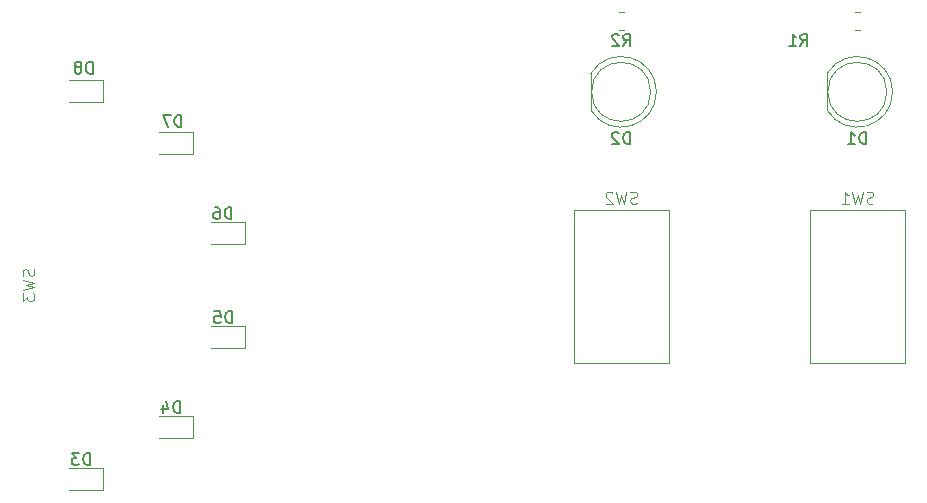
<source format=gbr>
%TF.GenerationSoftware,KiCad,Pcbnew,9.0.6*%
%TF.CreationDate,2025-12-07T15:07:03-05:00*%
%TF.ProjectId,IO_board,494f5f62-6f61-4726-942e-6b696361645f,rev?*%
%TF.SameCoordinates,Original*%
%TF.FileFunction,Legend,Bot*%
%TF.FilePolarity,Positive*%
%FSLAX46Y46*%
G04 Gerber Fmt 4.6, Leading zero omitted, Abs format (unit mm)*
G04 Created by KiCad (PCBNEW 9.0.6) date 2025-12-07 15:07:03*
%MOMM*%
%LPD*%
G01*
G04 APERTURE LIST*
%ADD10C,0.100000*%
%ADD11C,0.150000*%
%ADD12C,0.120000*%
G04 APERTURE END LIST*
D10*
X142333332Y-96909800D02*
X142190475Y-96957419D01*
X142190475Y-96957419D02*
X141952380Y-96957419D01*
X141952380Y-96957419D02*
X141857142Y-96909800D01*
X141857142Y-96909800D02*
X141809523Y-96862180D01*
X141809523Y-96862180D02*
X141761904Y-96766942D01*
X141761904Y-96766942D02*
X141761904Y-96671704D01*
X141761904Y-96671704D02*
X141809523Y-96576466D01*
X141809523Y-96576466D02*
X141857142Y-96528847D01*
X141857142Y-96528847D02*
X141952380Y-96481228D01*
X141952380Y-96481228D02*
X142142856Y-96433609D01*
X142142856Y-96433609D02*
X142238094Y-96385990D01*
X142238094Y-96385990D02*
X142285713Y-96338371D01*
X142285713Y-96338371D02*
X142333332Y-96243133D01*
X142333332Y-96243133D02*
X142333332Y-96147895D01*
X142333332Y-96147895D02*
X142285713Y-96052657D01*
X142285713Y-96052657D02*
X142238094Y-96005038D01*
X142238094Y-96005038D02*
X142142856Y-95957419D01*
X142142856Y-95957419D02*
X141904761Y-95957419D01*
X141904761Y-95957419D02*
X141761904Y-96005038D01*
X141428570Y-95957419D02*
X141190475Y-96957419D01*
X141190475Y-96957419D02*
X140999999Y-96243133D01*
X140999999Y-96243133D02*
X140809523Y-96957419D01*
X140809523Y-96957419D02*
X140571428Y-95957419D01*
X140238094Y-96052657D02*
X140190475Y-96005038D01*
X140190475Y-96005038D02*
X140095237Y-95957419D01*
X140095237Y-95957419D02*
X139857142Y-95957419D01*
X139857142Y-95957419D02*
X139761904Y-96005038D01*
X139761904Y-96005038D02*
X139714285Y-96052657D01*
X139714285Y-96052657D02*
X139666666Y-96147895D01*
X139666666Y-96147895D02*
X139666666Y-96243133D01*
X139666666Y-96243133D02*
X139714285Y-96385990D01*
X139714285Y-96385990D02*
X140285713Y-96957419D01*
X140285713Y-96957419D02*
X139666666Y-96957419D01*
D11*
X161718094Y-91914819D02*
X161718094Y-90914819D01*
X161718094Y-90914819D02*
X161479999Y-90914819D01*
X161479999Y-90914819D02*
X161337142Y-90962438D01*
X161337142Y-90962438D02*
X161241904Y-91057676D01*
X161241904Y-91057676D02*
X161194285Y-91152914D01*
X161194285Y-91152914D02*
X161146666Y-91343390D01*
X161146666Y-91343390D02*
X161146666Y-91486247D01*
X161146666Y-91486247D02*
X161194285Y-91676723D01*
X161194285Y-91676723D02*
X161241904Y-91771961D01*
X161241904Y-91771961D02*
X161337142Y-91867200D01*
X161337142Y-91867200D02*
X161479999Y-91914819D01*
X161479999Y-91914819D02*
X161718094Y-91914819D01*
X160194285Y-91914819D02*
X160765713Y-91914819D01*
X160479999Y-91914819D02*
X160479999Y-90914819D01*
X160479999Y-90914819D02*
X160575237Y-91057676D01*
X160575237Y-91057676D02*
X160670475Y-91152914D01*
X160670475Y-91152914D02*
X160765713Y-91200533D01*
X141718094Y-91914819D02*
X141718094Y-90914819D01*
X141718094Y-90914819D02*
X141479999Y-90914819D01*
X141479999Y-90914819D02*
X141337142Y-90962438D01*
X141337142Y-90962438D02*
X141241904Y-91057676D01*
X141241904Y-91057676D02*
X141194285Y-91152914D01*
X141194285Y-91152914D02*
X141146666Y-91343390D01*
X141146666Y-91343390D02*
X141146666Y-91486247D01*
X141146666Y-91486247D02*
X141194285Y-91676723D01*
X141194285Y-91676723D02*
X141241904Y-91771961D01*
X141241904Y-91771961D02*
X141337142Y-91867200D01*
X141337142Y-91867200D02*
X141479999Y-91914819D01*
X141479999Y-91914819D02*
X141718094Y-91914819D01*
X140765713Y-91010057D02*
X140718094Y-90962438D01*
X140718094Y-90962438D02*
X140622856Y-90914819D01*
X140622856Y-90914819D02*
X140384761Y-90914819D01*
X140384761Y-90914819D02*
X140289523Y-90962438D01*
X140289523Y-90962438D02*
X140241904Y-91010057D01*
X140241904Y-91010057D02*
X140194285Y-91105295D01*
X140194285Y-91105295D02*
X140194285Y-91200533D01*
X140194285Y-91200533D02*
X140241904Y-91343390D01*
X140241904Y-91343390D02*
X140813332Y-91914819D01*
X140813332Y-91914819D02*
X140194285Y-91914819D01*
D10*
X162333332Y-96909800D02*
X162190475Y-96957419D01*
X162190475Y-96957419D02*
X161952380Y-96957419D01*
X161952380Y-96957419D02*
X161857142Y-96909800D01*
X161857142Y-96909800D02*
X161809523Y-96862180D01*
X161809523Y-96862180D02*
X161761904Y-96766942D01*
X161761904Y-96766942D02*
X161761904Y-96671704D01*
X161761904Y-96671704D02*
X161809523Y-96576466D01*
X161809523Y-96576466D02*
X161857142Y-96528847D01*
X161857142Y-96528847D02*
X161952380Y-96481228D01*
X161952380Y-96481228D02*
X162142856Y-96433609D01*
X162142856Y-96433609D02*
X162238094Y-96385990D01*
X162238094Y-96385990D02*
X162285713Y-96338371D01*
X162285713Y-96338371D02*
X162333332Y-96243133D01*
X162333332Y-96243133D02*
X162333332Y-96147895D01*
X162333332Y-96147895D02*
X162285713Y-96052657D01*
X162285713Y-96052657D02*
X162238094Y-96005038D01*
X162238094Y-96005038D02*
X162142856Y-95957419D01*
X162142856Y-95957419D02*
X161904761Y-95957419D01*
X161904761Y-95957419D02*
X161761904Y-96005038D01*
X161428570Y-95957419D02*
X161190475Y-96957419D01*
X161190475Y-96957419D02*
X160999999Y-96243133D01*
X160999999Y-96243133D02*
X160809523Y-96957419D01*
X160809523Y-96957419D02*
X160571428Y-95957419D01*
X159666666Y-96957419D02*
X160238094Y-96957419D01*
X159952380Y-96957419D02*
X159952380Y-95957419D01*
X159952380Y-95957419D02*
X160047618Y-96100276D01*
X160047618Y-96100276D02*
X160142856Y-96195514D01*
X160142856Y-96195514D02*
X160238094Y-96243133D01*
D11*
X141166666Y-83604819D02*
X141499999Y-83128628D01*
X141738094Y-83604819D02*
X141738094Y-82604819D01*
X141738094Y-82604819D02*
X141357142Y-82604819D01*
X141357142Y-82604819D02*
X141261904Y-82652438D01*
X141261904Y-82652438D02*
X141214285Y-82700057D01*
X141214285Y-82700057D02*
X141166666Y-82795295D01*
X141166666Y-82795295D02*
X141166666Y-82938152D01*
X141166666Y-82938152D02*
X141214285Y-83033390D01*
X141214285Y-83033390D02*
X141261904Y-83081009D01*
X141261904Y-83081009D02*
X141357142Y-83128628D01*
X141357142Y-83128628D02*
X141738094Y-83128628D01*
X140785713Y-82700057D02*
X140738094Y-82652438D01*
X140738094Y-82652438D02*
X140642856Y-82604819D01*
X140642856Y-82604819D02*
X140404761Y-82604819D01*
X140404761Y-82604819D02*
X140309523Y-82652438D01*
X140309523Y-82652438D02*
X140261904Y-82700057D01*
X140261904Y-82700057D02*
X140214285Y-82795295D01*
X140214285Y-82795295D02*
X140214285Y-82890533D01*
X140214285Y-82890533D02*
X140261904Y-83033390D01*
X140261904Y-83033390D02*
X140833332Y-83604819D01*
X140833332Y-83604819D02*
X140214285Y-83604819D01*
X156166666Y-83604819D02*
X156499999Y-83128628D01*
X156738094Y-83604819D02*
X156738094Y-82604819D01*
X156738094Y-82604819D02*
X156357142Y-82604819D01*
X156357142Y-82604819D02*
X156261904Y-82652438D01*
X156261904Y-82652438D02*
X156214285Y-82700057D01*
X156214285Y-82700057D02*
X156166666Y-82795295D01*
X156166666Y-82795295D02*
X156166666Y-82938152D01*
X156166666Y-82938152D02*
X156214285Y-83033390D01*
X156214285Y-83033390D02*
X156261904Y-83081009D01*
X156261904Y-83081009D02*
X156357142Y-83128628D01*
X156357142Y-83128628D02*
X156738094Y-83128628D01*
X155214285Y-83604819D02*
X155785713Y-83604819D01*
X155499999Y-83604819D02*
X155499999Y-82604819D01*
X155499999Y-82604819D02*
X155595237Y-82747676D01*
X155595237Y-82747676D02*
X155690475Y-82842914D01*
X155690475Y-82842914D02*
X155785713Y-82890533D01*
X103738094Y-90454819D02*
X103738094Y-89454819D01*
X103738094Y-89454819D02*
X103499999Y-89454819D01*
X103499999Y-89454819D02*
X103357142Y-89502438D01*
X103357142Y-89502438D02*
X103261904Y-89597676D01*
X103261904Y-89597676D02*
X103214285Y-89692914D01*
X103214285Y-89692914D02*
X103166666Y-89883390D01*
X103166666Y-89883390D02*
X103166666Y-90026247D01*
X103166666Y-90026247D02*
X103214285Y-90216723D01*
X103214285Y-90216723D02*
X103261904Y-90311961D01*
X103261904Y-90311961D02*
X103357142Y-90407200D01*
X103357142Y-90407200D02*
X103499999Y-90454819D01*
X103499999Y-90454819D02*
X103738094Y-90454819D01*
X102833332Y-89454819D02*
X102166666Y-89454819D01*
X102166666Y-89454819D02*
X102595237Y-90454819D01*
X96238094Y-85954819D02*
X96238094Y-84954819D01*
X96238094Y-84954819D02*
X95999999Y-84954819D01*
X95999999Y-84954819D02*
X95857142Y-85002438D01*
X95857142Y-85002438D02*
X95761904Y-85097676D01*
X95761904Y-85097676D02*
X95714285Y-85192914D01*
X95714285Y-85192914D02*
X95666666Y-85383390D01*
X95666666Y-85383390D02*
X95666666Y-85526247D01*
X95666666Y-85526247D02*
X95714285Y-85716723D01*
X95714285Y-85716723D02*
X95761904Y-85811961D01*
X95761904Y-85811961D02*
X95857142Y-85907200D01*
X95857142Y-85907200D02*
X95999999Y-85954819D01*
X95999999Y-85954819D02*
X96238094Y-85954819D01*
X95095237Y-85383390D02*
X95190475Y-85335771D01*
X95190475Y-85335771D02*
X95238094Y-85288152D01*
X95238094Y-85288152D02*
X95285713Y-85192914D01*
X95285713Y-85192914D02*
X95285713Y-85145295D01*
X95285713Y-85145295D02*
X95238094Y-85050057D01*
X95238094Y-85050057D02*
X95190475Y-85002438D01*
X95190475Y-85002438D02*
X95095237Y-84954819D01*
X95095237Y-84954819D02*
X94904761Y-84954819D01*
X94904761Y-84954819D02*
X94809523Y-85002438D01*
X94809523Y-85002438D02*
X94761904Y-85050057D01*
X94761904Y-85050057D02*
X94714285Y-85145295D01*
X94714285Y-85145295D02*
X94714285Y-85192914D01*
X94714285Y-85192914D02*
X94761904Y-85288152D01*
X94761904Y-85288152D02*
X94809523Y-85335771D01*
X94809523Y-85335771D02*
X94904761Y-85383390D01*
X94904761Y-85383390D02*
X95095237Y-85383390D01*
X95095237Y-85383390D02*
X95190475Y-85431009D01*
X95190475Y-85431009D02*
X95238094Y-85478628D01*
X95238094Y-85478628D02*
X95285713Y-85573866D01*
X95285713Y-85573866D02*
X95285713Y-85764342D01*
X95285713Y-85764342D02*
X95238094Y-85859580D01*
X95238094Y-85859580D02*
X95190475Y-85907200D01*
X95190475Y-85907200D02*
X95095237Y-85954819D01*
X95095237Y-85954819D02*
X94904761Y-85954819D01*
X94904761Y-85954819D02*
X94809523Y-85907200D01*
X94809523Y-85907200D02*
X94761904Y-85859580D01*
X94761904Y-85859580D02*
X94714285Y-85764342D01*
X94714285Y-85764342D02*
X94714285Y-85573866D01*
X94714285Y-85573866D02*
X94761904Y-85478628D01*
X94761904Y-85478628D02*
X94809523Y-85431009D01*
X94809523Y-85431009D02*
X94904761Y-85383390D01*
D10*
X91267664Y-102524531D02*
X91315283Y-102667388D01*
X91315283Y-102667388D02*
X91315283Y-102905483D01*
X91315283Y-102905483D02*
X91267664Y-103000721D01*
X91267664Y-103000721D02*
X91220044Y-103048340D01*
X91220044Y-103048340D02*
X91124806Y-103095959D01*
X91124806Y-103095959D02*
X91029568Y-103095959D01*
X91029568Y-103095959D02*
X90934330Y-103048340D01*
X90934330Y-103048340D02*
X90886711Y-103000721D01*
X90886711Y-103000721D02*
X90839092Y-102905483D01*
X90839092Y-102905483D02*
X90791473Y-102715007D01*
X90791473Y-102715007D02*
X90743854Y-102619769D01*
X90743854Y-102619769D02*
X90696235Y-102572150D01*
X90696235Y-102572150D02*
X90600997Y-102524531D01*
X90600997Y-102524531D02*
X90505759Y-102524531D01*
X90505759Y-102524531D02*
X90410521Y-102572150D01*
X90410521Y-102572150D02*
X90362902Y-102619769D01*
X90362902Y-102619769D02*
X90315283Y-102715007D01*
X90315283Y-102715007D02*
X90315283Y-102953102D01*
X90315283Y-102953102D02*
X90362902Y-103095959D01*
X90315283Y-103429293D02*
X91315283Y-103667388D01*
X91315283Y-103667388D02*
X90600997Y-103857864D01*
X90600997Y-103857864D02*
X91315283Y-104048340D01*
X91315283Y-104048340D02*
X90315283Y-104286436D01*
X90315283Y-104572150D02*
X90315283Y-105191197D01*
X90315283Y-105191197D02*
X90696235Y-104857864D01*
X90696235Y-104857864D02*
X90696235Y-105000721D01*
X90696235Y-105000721D02*
X90743854Y-105095959D01*
X90743854Y-105095959D02*
X90791473Y-105143578D01*
X90791473Y-105143578D02*
X90886711Y-105191197D01*
X90886711Y-105191197D02*
X91124806Y-105191197D01*
X91124806Y-105191197D02*
X91220044Y-105143578D01*
X91220044Y-105143578D02*
X91267664Y-105095959D01*
X91267664Y-105095959D02*
X91315283Y-105000721D01*
X91315283Y-105000721D02*
X91315283Y-104715007D01*
X91315283Y-104715007D02*
X91267664Y-104619769D01*
X91267664Y-104619769D02*
X91220044Y-104572150D01*
D11*
X96003458Y-119082683D02*
X96003458Y-118082683D01*
X96003458Y-118082683D02*
X95765363Y-118082683D01*
X95765363Y-118082683D02*
X95622506Y-118130302D01*
X95622506Y-118130302D02*
X95527268Y-118225540D01*
X95527268Y-118225540D02*
X95479649Y-118320778D01*
X95479649Y-118320778D02*
X95432030Y-118511254D01*
X95432030Y-118511254D02*
X95432030Y-118654111D01*
X95432030Y-118654111D02*
X95479649Y-118844587D01*
X95479649Y-118844587D02*
X95527268Y-118939825D01*
X95527268Y-118939825D02*
X95622506Y-119035064D01*
X95622506Y-119035064D02*
X95765363Y-119082683D01*
X95765363Y-119082683D02*
X96003458Y-119082683D01*
X95098696Y-118082683D02*
X94479649Y-118082683D01*
X94479649Y-118082683D02*
X94812982Y-118463635D01*
X94812982Y-118463635D02*
X94670125Y-118463635D01*
X94670125Y-118463635D02*
X94574887Y-118511254D01*
X94574887Y-118511254D02*
X94527268Y-118558873D01*
X94527268Y-118558873D02*
X94479649Y-118654111D01*
X94479649Y-118654111D02*
X94479649Y-118892206D01*
X94479649Y-118892206D02*
X94527268Y-118987444D01*
X94527268Y-118987444D02*
X94574887Y-119035064D01*
X94574887Y-119035064D02*
X94670125Y-119082683D01*
X94670125Y-119082683D02*
X94955839Y-119082683D01*
X94955839Y-119082683D02*
X95051077Y-119035064D01*
X95051077Y-119035064D02*
X95098696Y-118987444D01*
X103613458Y-114682683D02*
X103613458Y-113682683D01*
X103613458Y-113682683D02*
X103375363Y-113682683D01*
X103375363Y-113682683D02*
X103232506Y-113730302D01*
X103232506Y-113730302D02*
X103137268Y-113825540D01*
X103137268Y-113825540D02*
X103089649Y-113920778D01*
X103089649Y-113920778D02*
X103042030Y-114111254D01*
X103042030Y-114111254D02*
X103042030Y-114254111D01*
X103042030Y-114254111D02*
X103089649Y-114444587D01*
X103089649Y-114444587D02*
X103137268Y-114539825D01*
X103137268Y-114539825D02*
X103232506Y-114635064D01*
X103232506Y-114635064D02*
X103375363Y-114682683D01*
X103375363Y-114682683D02*
X103613458Y-114682683D01*
X102184887Y-114016016D02*
X102184887Y-114682683D01*
X102422982Y-113635064D02*
X102661077Y-114349349D01*
X102661077Y-114349349D02*
X102042030Y-114349349D01*
X108023458Y-107062683D02*
X108023458Y-106062683D01*
X108023458Y-106062683D02*
X107785363Y-106062683D01*
X107785363Y-106062683D02*
X107642506Y-106110302D01*
X107642506Y-106110302D02*
X107547268Y-106205540D01*
X107547268Y-106205540D02*
X107499649Y-106300778D01*
X107499649Y-106300778D02*
X107452030Y-106491254D01*
X107452030Y-106491254D02*
X107452030Y-106634111D01*
X107452030Y-106634111D02*
X107499649Y-106824587D01*
X107499649Y-106824587D02*
X107547268Y-106919825D01*
X107547268Y-106919825D02*
X107642506Y-107015064D01*
X107642506Y-107015064D02*
X107785363Y-107062683D01*
X107785363Y-107062683D02*
X108023458Y-107062683D01*
X106547268Y-106062683D02*
X107023458Y-106062683D01*
X107023458Y-106062683D02*
X107071077Y-106538873D01*
X107071077Y-106538873D02*
X107023458Y-106491254D01*
X107023458Y-106491254D02*
X106928220Y-106443635D01*
X106928220Y-106443635D02*
X106690125Y-106443635D01*
X106690125Y-106443635D02*
X106594887Y-106491254D01*
X106594887Y-106491254D02*
X106547268Y-106538873D01*
X106547268Y-106538873D02*
X106499649Y-106634111D01*
X106499649Y-106634111D02*
X106499649Y-106872206D01*
X106499649Y-106872206D02*
X106547268Y-106967444D01*
X106547268Y-106967444D02*
X106594887Y-107015064D01*
X106594887Y-107015064D02*
X106690125Y-107062683D01*
X106690125Y-107062683D02*
X106928220Y-107062683D01*
X106928220Y-107062683D02*
X107023458Y-107015064D01*
X107023458Y-107015064D02*
X107071077Y-106967444D01*
X107994197Y-98262759D02*
X107994197Y-97262759D01*
X107994197Y-97262759D02*
X107756102Y-97262759D01*
X107756102Y-97262759D02*
X107613245Y-97310378D01*
X107613245Y-97310378D02*
X107518007Y-97405616D01*
X107518007Y-97405616D02*
X107470388Y-97500854D01*
X107470388Y-97500854D02*
X107422769Y-97691330D01*
X107422769Y-97691330D02*
X107422769Y-97834187D01*
X107422769Y-97834187D02*
X107470388Y-98024663D01*
X107470388Y-98024663D02*
X107518007Y-98119901D01*
X107518007Y-98119901D02*
X107613245Y-98215140D01*
X107613245Y-98215140D02*
X107756102Y-98262759D01*
X107756102Y-98262759D02*
X107994197Y-98262759D01*
X106565626Y-97262759D02*
X106756102Y-97262759D01*
X106756102Y-97262759D02*
X106851340Y-97310378D01*
X106851340Y-97310378D02*
X106898959Y-97357997D01*
X106898959Y-97357997D02*
X106994197Y-97500854D01*
X106994197Y-97500854D02*
X107041816Y-97691330D01*
X107041816Y-97691330D02*
X107041816Y-98072282D01*
X107041816Y-98072282D02*
X106994197Y-98167520D01*
X106994197Y-98167520D02*
X106946578Y-98215140D01*
X106946578Y-98215140D02*
X106851340Y-98262759D01*
X106851340Y-98262759D02*
X106660864Y-98262759D01*
X106660864Y-98262759D02*
X106565626Y-98215140D01*
X106565626Y-98215140D02*
X106518007Y-98167520D01*
X106518007Y-98167520D02*
X106470388Y-98072282D01*
X106470388Y-98072282D02*
X106470388Y-97834187D01*
X106470388Y-97834187D02*
X106518007Y-97738949D01*
X106518007Y-97738949D02*
X106565626Y-97691330D01*
X106565626Y-97691330D02*
X106660864Y-97643711D01*
X106660864Y-97643711D02*
X106851340Y-97643711D01*
X106851340Y-97643711D02*
X106946578Y-97691330D01*
X106946578Y-97691330D02*
X106994197Y-97738949D01*
X106994197Y-97738949D02*
X107041816Y-97834187D01*
%TO.C,SW2*%
D10*
X145000000Y-97500000D02*
X137000000Y-97500000D01*
X137000000Y-110500000D01*
X145000000Y-110500000D01*
X145000000Y-97500000D01*
D12*
%TO.C,D1*%
X163480000Y-87500000D02*
G75*
G02*
X158480000Y-87500000I-2500000J0D01*
G01*
X158480000Y-87500000D02*
G75*
G02*
X163480000Y-87500000I2500000J0D01*
G01*
X158420000Y-85955170D02*
G75*
G02*
X163970000Y-87500000I2560000J-1544830D01*
G01*
X163970000Y-87500000D02*
G75*
G02*
X158420000Y-89044830I-2990000J0D01*
G01*
X158420000Y-89045000D02*
X158420000Y-85955000D01*
%TO.C,D2*%
X138420000Y-89045000D02*
X138420000Y-85955000D01*
X143970000Y-87500000D02*
G75*
G02*
X138420000Y-89044830I-2990000J0D01*
G01*
X138420000Y-85955170D02*
G75*
G02*
X143970000Y-87500000I2560000J-1544830D01*
G01*
X143480000Y-87500000D02*
G75*
G02*
X138480000Y-87500000I-2500000J0D01*
G01*
X138480000Y-87500000D02*
G75*
G02*
X143480000Y-87500000I2500000J0D01*
G01*
%TO.C,SW1*%
D10*
X165000000Y-97500000D02*
X157000000Y-97500000D01*
X157000000Y-110500000D01*
X165000000Y-110500000D01*
X165000000Y-97500000D01*
D12*
%TO.C,R2*%
X140772936Y-80765000D02*
X141227064Y-80765000D01*
X140772936Y-82235000D02*
X141227064Y-82235000D01*
%TO.C,R1*%
X160772936Y-82235000D02*
X161227064Y-82235000D01*
X160772936Y-80765000D02*
X161227064Y-80765000D01*
%TO.C,D7*%
X101875364Y-90877864D02*
X104735364Y-90877864D01*
X104735364Y-90877864D02*
X104735364Y-92797864D01*
X104735364Y-92797864D02*
X101875364Y-92797864D01*
%TO.C,D8*%
X97105364Y-88397864D02*
X94245364Y-88397864D01*
X97105364Y-86477864D02*
X97105364Y-88397864D01*
X94245364Y-86477864D02*
X97105364Y-86477864D01*
%TO.C,D3*%
X94265364Y-119317864D02*
X97125364Y-119317864D01*
X97125364Y-119317864D02*
X97125364Y-121237864D01*
X97125364Y-121237864D02*
X94265364Y-121237864D01*
%TO.C,D4*%
X101875364Y-114917864D02*
X104735364Y-114917864D01*
X104735364Y-114917864D02*
X104735364Y-116837864D01*
X104735364Y-116837864D02*
X101875364Y-116837864D01*
%TO.C,D5*%
X106285364Y-107297864D02*
X109145364Y-107297864D01*
X109145364Y-107297864D02*
X109145364Y-109217864D01*
X109145364Y-109217864D02*
X106285364Y-109217864D01*
%TO.C,D6*%
X106256103Y-98497940D02*
X109116103Y-98497940D01*
X109116103Y-98497940D02*
X109116103Y-100417940D01*
X109116103Y-100417940D02*
X106256103Y-100417940D01*
%TD*%
M02*

</source>
